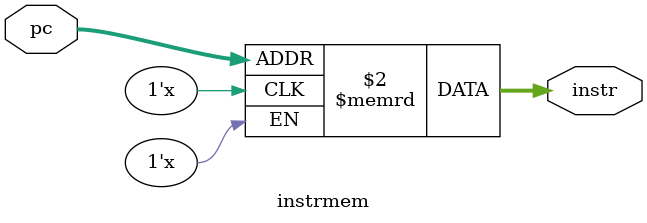
<source format=sv>
module instrmem #(
    parameter ADDRESS_WIDTH = 32,
    DATA_WIDTH = 32
) (
    input logic [ADDRESS_WIDTH-1:0] pc,
    output logic [DATA_WIDTH-1:0] instr
);

logic [DATA_WIDTH-1:0] rom_array [2**ADDRESS_WIDTH-1:0];

always_comb //non-synchronous
    instr <= rom_array[pc]; //the word address is increased by 4, but this should be implemented in the PCreg
    
endmodule

</source>
